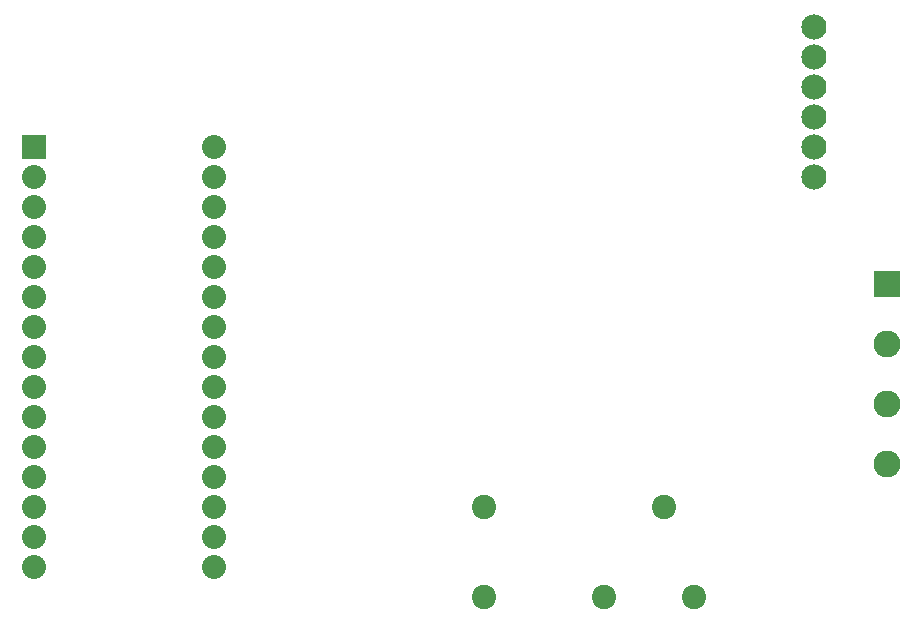
<source format=gbs>
G04 MADE WITH FRITZING*
G04 WWW.FRITZING.ORG*
G04 DOUBLE SIDED*
G04 HOLES PLATED*
G04 CONTOUR ON CENTER OF CONTOUR VECTOR*
%ASAXBY*%
%FSLAX23Y23*%
%MOIN*%
%OFA0B0*%
%SFA1.0B1.0*%
%ADD10C,0.080000*%
%ADD11C,0.084000*%
%ADD12C,0.081181*%
%ADD13C,0.090000*%
%ADD14R,0.079972X0.080000*%
%ADD15R,0.090000X0.090000*%
%LNMASK0*%
G90*
G70*
G54D10*
X111Y1678D03*
X111Y1578D03*
X111Y1478D03*
X111Y1378D03*
X111Y1278D03*
X111Y1178D03*
X111Y1078D03*
X111Y978D03*
X111Y878D03*
X111Y778D03*
X111Y678D03*
X111Y578D03*
X111Y478D03*
X111Y378D03*
X111Y278D03*
X711Y1678D03*
X711Y1578D03*
X711Y1478D03*
X711Y1378D03*
X711Y1278D03*
X711Y1178D03*
X711Y1078D03*
X711Y978D03*
X711Y878D03*
X711Y778D03*
X711Y678D03*
X711Y578D03*
X711Y478D03*
X711Y378D03*
X711Y278D03*
G54D11*
X2711Y2078D03*
X2711Y1978D03*
X2711Y1878D03*
X2711Y1778D03*
X2711Y1678D03*
X2711Y1578D03*
G54D12*
X2211Y478D03*
X1611Y478D03*
X1611Y178D03*
X2311Y178D03*
X2011Y178D03*
G54D13*
X2954Y1021D03*
X2954Y821D03*
X2954Y621D03*
X2954Y1221D03*
G54D14*
X111Y1678D03*
G54D15*
X2954Y1221D03*
G04 End of Mask0*
M02*
</source>
